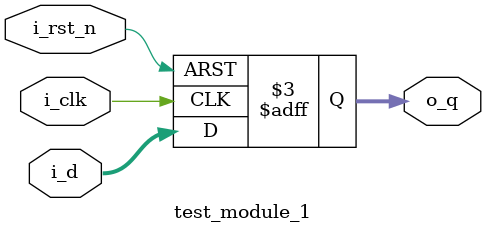
<source format=v>

`default_nettype none
`timescale 1ns/1ps

module test_module_1 #(
    parameter WIDTH = 10
) (
   input wire i_clk, 
   input wire i_rst_n,
   input wire [WIDTH-1:0] i_d,
   output reg [WIDTH-1:0] o_q
);

always @(posedge i_clk or negedge i_rst_n) begin
    if (!i_rst_n)
        o_q <= {WIDTH{1'b0}};
    else
        o_q <= i_d;
end

endmodule
//---------------------------------------------------------

`default_nettype wire

</source>
